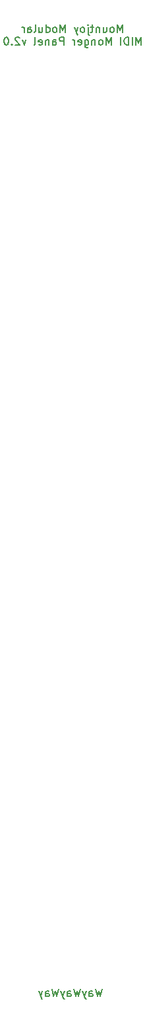
<source format=gbr>
G04 #@! TF.GenerationSoftware,KiCad,Pcbnew,8.0.4*
G04 #@! TF.CreationDate,2024-08-08T15:14:59+01:00*
G04 #@! TF.ProjectId,MidiMonger_panel,4d696469-4d6f-46e6-9765-725f70616e65,rev?*
G04 #@! TF.SameCoordinates,Original*
G04 #@! TF.FileFunction,Legend,Bot*
G04 #@! TF.FilePolarity,Positive*
%FSLAX46Y46*%
G04 Gerber Fmt 4.6, Leading zero omitted, Abs format (unit mm)*
G04 Created by KiCad (PCBNEW 8.0.4) date 2024-08-08 15:14:59*
%MOMM*%
%LPD*%
G01*
G04 APERTURE LIST*
%ADD10C,0.150000*%
G04 APERTURE END LIST*
D10*
X126580952Y-37649847D02*
X126580952Y-36649847D01*
X126580952Y-36649847D02*
X126247619Y-37364132D01*
X126247619Y-37364132D02*
X125914286Y-36649847D01*
X125914286Y-36649847D02*
X125914286Y-37649847D01*
X125295238Y-37649847D02*
X125390476Y-37602228D01*
X125390476Y-37602228D02*
X125438095Y-37554608D01*
X125438095Y-37554608D02*
X125485714Y-37459370D01*
X125485714Y-37459370D02*
X125485714Y-37173656D01*
X125485714Y-37173656D02*
X125438095Y-37078418D01*
X125438095Y-37078418D02*
X125390476Y-37030799D01*
X125390476Y-37030799D02*
X125295238Y-36983180D01*
X125295238Y-36983180D02*
X125152381Y-36983180D01*
X125152381Y-36983180D02*
X125057143Y-37030799D01*
X125057143Y-37030799D02*
X125009524Y-37078418D01*
X125009524Y-37078418D02*
X124961905Y-37173656D01*
X124961905Y-37173656D02*
X124961905Y-37459370D01*
X124961905Y-37459370D02*
X125009524Y-37554608D01*
X125009524Y-37554608D02*
X125057143Y-37602228D01*
X125057143Y-37602228D02*
X125152381Y-37649847D01*
X125152381Y-37649847D02*
X125295238Y-37649847D01*
X124104762Y-36983180D02*
X124104762Y-37649847D01*
X124533333Y-36983180D02*
X124533333Y-37506989D01*
X124533333Y-37506989D02*
X124485714Y-37602228D01*
X124485714Y-37602228D02*
X124390476Y-37649847D01*
X124390476Y-37649847D02*
X124247619Y-37649847D01*
X124247619Y-37649847D02*
X124152381Y-37602228D01*
X124152381Y-37602228D02*
X124104762Y-37554608D01*
X123628571Y-36983180D02*
X123628571Y-37649847D01*
X123628571Y-37078418D02*
X123580952Y-37030799D01*
X123580952Y-37030799D02*
X123485714Y-36983180D01*
X123485714Y-36983180D02*
X123342857Y-36983180D01*
X123342857Y-36983180D02*
X123247619Y-37030799D01*
X123247619Y-37030799D02*
X123200000Y-37126037D01*
X123200000Y-37126037D02*
X123200000Y-37649847D01*
X122866666Y-36983180D02*
X122485714Y-36983180D01*
X122723809Y-36649847D02*
X122723809Y-37506989D01*
X122723809Y-37506989D02*
X122676190Y-37602228D01*
X122676190Y-37602228D02*
X122580952Y-37649847D01*
X122580952Y-37649847D02*
X122485714Y-37649847D01*
X122152380Y-36983180D02*
X122152380Y-37840323D01*
X122152380Y-37840323D02*
X122199999Y-37935561D01*
X122199999Y-37935561D02*
X122295237Y-37983180D01*
X122295237Y-37983180D02*
X122342856Y-37983180D01*
X122152380Y-36649847D02*
X122199999Y-36697466D01*
X122199999Y-36697466D02*
X122152380Y-36745085D01*
X122152380Y-36745085D02*
X122104761Y-36697466D01*
X122104761Y-36697466D02*
X122152380Y-36649847D01*
X122152380Y-36649847D02*
X122152380Y-36745085D01*
X121533333Y-37649847D02*
X121628571Y-37602228D01*
X121628571Y-37602228D02*
X121676190Y-37554608D01*
X121676190Y-37554608D02*
X121723809Y-37459370D01*
X121723809Y-37459370D02*
X121723809Y-37173656D01*
X121723809Y-37173656D02*
X121676190Y-37078418D01*
X121676190Y-37078418D02*
X121628571Y-37030799D01*
X121628571Y-37030799D02*
X121533333Y-36983180D01*
X121533333Y-36983180D02*
X121390476Y-36983180D01*
X121390476Y-36983180D02*
X121295238Y-37030799D01*
X121295238Y-37030799D02*
X121247619Y-37078418D01*
X121247619Y-37078418D02*
X121200000Y-37173656D01*
X121200000Y-37173656D02*
X121200000Y-37459370D01*
X121200000Y-37459370D02*
X121247619Y-37554608D01*
X121247619Y-37554608D02*
X121295238Y-37602228D01*
X121295238Y-37602228D02*
X121390476Y-37649847D01*
X121390476Y-37649847D02*
X121533333Y-37649847D01*
X120866666Y-36983180D02*
X120628571Y-37649847D01*
X120390476Y-36983180D02*
X120628571Y-37649847D01*
X120628571Y-37649847D02*
X120723809Y-37887942D01*
X120723809Y-37887942D02*
X120771428Y-37935561D01*
X120771428Y-37935561D02*
X120866666Y-37983180D01*
X119247618Y-37649847D02*
X119247618Y-36649847D01*
X119247618Y-36649847D02*
X118914285Y-37364132D01*
X118914285Y-37364132D02*
X118580952Y-36649847D01*
X118580952Y-36649847D02*
X118580952Y-37649847D01*
X117961904Y-37649847D02*
X118057142Y-37602228D01*
X118057142Y-37602228D02*
X118104761Y-37554608D01*
X118104761Y-37554608D02*
X118152380Y-37459370D01*
X118152380Y-37459370D02*
X118152380Y-37173656D01*
X118152380Y-37173656D02*
X118104761Y-37078418D01*
X118104761Y-37078418D02*
X118057142Y-37030799D01*
X118057142Y-37030799D02*
X117961904Y-36983180D01*
X117961904Y-36983180D02*
X117819047Y-36983180D01*
X117819047Y-36983180D02*
X117723809Y-37030799D01*
X117723809Y-37030799D02*
X117676190Y-37078418D01*
X117676190Y-37078418D02*
X117628571Y-37173656D01*
X117628571Y-37173656D02*
X117628571Y-37459370D01*
X117628571Y-37459370D02*
X117676190Y-37554608D01*
X117676190Y-37554608D02*
X117723809Y-37602228D01*
X117723809Y-37602228D02*
X117819047Y-37649847D01*
X117819047Y-37649847D02*
X117961904Y-37649847D01*
X116771428Y-37649847D02*
X116771428Y-36649847D01*
X116771428Y-37602228D02*
X116866666Y-37649847D01*
X116866666Y-37649847D02*
X117057142Y-37649847D01*
X117057142Y-37649847D02*
X117152380Y-37602228D01*
X117152380Y-37602228D02*
X117199999Y-37554608D01*
X117199999Y-37554608D02*
X117247618Y-37459370D01*
X117247618Y-37459370D02*
X117247618Y-37173656D01*
X117247618Y-37173656D02*
X117199999Y-37078418D01*
X117199999Y-37078418D02*
X117152380Y-37030799D01*
X117152380Y-37030799D02*
X117057142Y-36983180D01*
X117057142Y-36983180D02*
X116866666Y-36983180D01*
X116866666Y-36983180D02*
X116771428Y-37030799D01*
X115866666Y-36983180D02*
X115866666Y-37649847D01*
X116295237Y-36983180D02*
X116295237Y-37506989D01*
X116295237Y-37506989D02*
X116247618Y-37602228D01*
X116247618Y-37602228D02*
X116152380Y-37649847D01*
X116152380Y-37649847D02*
X116009523Y-37649847D01*
X116009523Y-37649847D02*
X115914285Y-37602228D01*
X115914285Y-37602228D02*
X115866666Y-37554608D01*
X115247618Y-37649847D02*
X115342856Y-37602228D01*
X115342856Y-37602228D02*
X115390475Y-37506989D01*
X115390475Y-37506989D02*
X115390475Y-36649847D01*
X114438094Y-37649847D02*
X114438094Y-37126037D01*
X114438094Y-37126037D02*
X114485713Y-37030799D01*
X114485713Y-37030799D02*
X114580951Y-36983180D01*
X114580951Y-36983180D02*
X114771427Y-36983180D01*
X114771427Y-36983180D02*
X114866665Y-37030799D01*
X114438094Y-37602228D02*
X114533332Y-37649847D01*
X114533332Y-37649847D02*
X114771427Y-37649847D01*
X114771427Y-37649847D02*
X114866665Y-37602228D01*
X114866665Y-37602228D02*
X114914284Y-37506989D01*
X114914284Y-37506989D02*
X114914284Y-37411751D01*
X114914284Y-37411751D02*
X114866665Y-37316513D01*
X114866665Y-37316513D02*
X114771427Y-37268894D01*
X114771427Y-37268894D02*
X114533332Y-37268894D01*
X114533332Y-37268894D02*
X114438094Y-37221275D01*
X113961903Y-37649847D02*
X113961903Y-36983180D01*
X113961903Y-37173656D02*
X113914284Y-37078418D01*
X113914284Y-37078418D02*
X113866665Y-37030799D01*
X113866665Y-37030799D02*
X113771427Y-36983180D01*
X113771427Y-36983180D02*
X113676189Y-36983180D01*
X128985714Y-39259791D02*
X128985714Y-38259791D01*
X128985714Y-38259791D02*
X128652381Y-38974076D01*
X128652381Y-38974076D02*
X128319048Y-38259791D01*
X128319048Y-38259791D02*
X128319048Y-39259791D01*
X127842857Y-39259791D02*
X127842857Y-38259791D01*
X127366667Y-39259791D02*
X127366667Y-38259791D01*
X127366667Y-38259791D02*
X127128572Y-38259791D01*
X127128572Y-38259791D02*
X126985715Y-38307410D01*
X126985715Y-38307410D02*
X126890477Y-38402648D01*
X126890477Y-38402648D02*
X126842858Y-38497886D01*
X126842858Y-38497886D02*
X126795239Y-38688362D01*
X126795239Y-38688362D02*
X126795239Y-38831219D01*
X126795239Y-38831219D02*
X126842858Y-39021695D01*
X126842858Y-39021695D02*
X126890477Y-39116933D01*
X126890477Y-39116933D02*
X126985715Y-39212172D01*
X126985715Y-39212172D02*
X127128572Y-39259791D01*
X127128572Y-39259791D02*
X127366667Y-39259791D01*
X126366667Y-39259791D02*
X126366667Y-38259791D01*
X125128572Y-39259791D02*
X125128572Y-38259791D01*
X125128572Y-38259791D02*
X124795239Y-38974076D01*
X124795239Y-38974076D02*
X124461906Y-38259791D01*
X124461906Y-38259791D02*
X124461906Y-39259791D01*
X123842858Y-39259791D02*
X123938096Y-39212172D01*
X123938096Y-39212172D02*
X123985715Y-39164552D01*
X123985715Y-39164552D02*
X124033334Y-39069314D01*
X124033334Y-39069314D02*
X124033334Y-38783600D01*
X124033334Y-38783600D02*
X123985715Y-38688362D01*
X123985715Y-38688362D02*
X123938096Y-38640743D01*
X123938096Y-38640743D02*
X123842858Y-38593124D01*
X123842858Y-38593124D02*
X123700001Y-38593124D01*
X123700001Y-38593124D02*
X123604763Y-38640743D01*
X123604763Y-38640743D02*
X123557144Y-38688362D01*
X123557144Y-38688362D02*
X123509525Y-38783600D01*
X123509525Y-38783600D02*
X123509525Y-39069314D01*
X123509525Y-39069314D02*
X123557144Y-39164552D01*
X123557144Y-39164552D02*
X123604763Y-39212172D01*
X123604763Y-39212172D02*
X123700001Y-39259791D01*
X123700001Y-39259791D02*
X123842858Y-39259791D01*
X123080953Y-38593124D02*
X123080953Y-39259791D01*
X123080953Y-38688362D02*
X123033334Y-38640743D01*
X123033334Y-38640743D02*
X122938096Y-38593124D01*
X122938096Y-38593124D02*
X122795239Y-38593124D01*
X122795239Y-38593124D02*
X122700001Y-38640743D01*
X122700001Y-38640743D02*
X122652382Y-38735981D01*
X122652382Y-38735981D02*
X122652382Y-39259791D01*
X121747620Y-38593124D02*
X121747620Y-39402648D01*
X121747620Y-39402648D02*
X121795239Y-39497886D01*
X121795239Y-39497886D02*
X121842858Y-39545505D01*
X121842858Y-39545505D02*
X121938096Y-39593124D01*
X121938096Y-39593124D02*
X122080953Y-39593124D01*
X122080953Y-39593124D02*
X122176191Y-39545505D01*
X121747620Y-39212172D02*
X121842858Y-39259791D01*
X121842858Y-39259791D02*
X122033334Y-39259791D01*
X122033334Y-39259791D02*
X122128572Y-39212172D01*
X122128572Y-39212172D02*
X122176191Y-39164552D01*
X122176191Y-39164552D02*
X122223810Y-39069314D01*
X122223810Y-39069314D02*
X122223810Y-38783600D01*
X122223810Y-38783600D02*
X122176191Y-38688362D01*
X122176191Y-38688362D02*
X122128572Y-38640743D01*
X122128572Y-38640743D02*
X122033334Y-38593124D01*
X122033334Y-38593124D02*
X121842858Y-38593124D01*
X121842858Y-38593124D02*
X121747620Y-38640743D01*
X120890477Y-39212172D02*
X120985715Y-39259791D01*
X120985715Y-39259791D02*
X121176191Y-39259791D01*
X121176191Y-39259791D02*
X121271429Y-39212172D01*
X121271429Y-39212172D02*
X121319048Y-39116933D01*
X121319048Y-39116933D02*
X121319048Y-38735981D01*
X121319048Y-38735981D02*
X121271429Y-38640743D01*
X121271429Y-38640743D02*
X121176191Y-38593124D01*
X121176191Y-38593124D02*
X120985715Y-38593124D01*
X120985715Y-38593124D02*
X120890477Y-38640743D01*
X120890477Y-38640743D02*
X120842858Y-38735981D01*
X120842858Y-38735981D02*
X120842858Y-38831219D01*
X120842858Y-38831219D02*
X121319048Y-38926457D01*
X120414286Y-39259791D02*
X120414286Y-38593124D01*
X120414286Y-38783600D02*
X120366667Y-38688362D01*
X120366667Y-38688362D02*
X120319048Y-38640743D01*
X120319048Y-38640743D02*
X120223810Y-38593124D01*
X120223810Y-38593124D02*
X120128572Y-38593124D01*
X119033333Y-39259791D02*
X119033333Y-38259791D01*
X119033333Y-38259791D02*
X118652381Y-38259791D01*
X118652381Y-38259791D02*
X118557143Y-38307410D01*
X118557143Y-38307410D02*
X118509524Y-38355029D01*
X118509524Y-38355029D02*
X118461905Y-38450267D01*
X118461905Y-38450267D02*
X118461905Y-38593124D01*
X118461905Y-38593124D02*
X118509524Y-38688362D01*
X118509524Y-38688362D02*
X118557143Y-38735981D01*
X118557143Y-38735981D02*
X118652381Y-38783600D01*
X118652381Y-38783600D02*
X119033333Y-38783600D01*
X117604762Y-39259791D02*
X117604762Y-38735981D01*
X117604762Y-38735981D02*
X117652381Y-38640743D01*
X117652381Y-38640743D02*
X117747619Y-38593124D01*
X117747619Y-38593124D02*
X117938095Y-38593124D01*
X117938095Y-38593124D02*
X118033333Y-38640743D01*
X117604762Y-39212172D02*
X117700000Y-39259791D01*
X117700000Y-39259791D02*
X117938095Y-39259791D01*
X117938095Y-39259791D02*
X118033333Y-39212172D01*
X118033333Y-39212172D02*
X118080952Y-39116933D01*
X118080952Y-39116933D02*
X118080952Y-39021695D01*
X118080952Y-39021695D02*
X118033333Y-38926457D01*
X118033333Y-38926457D02*
X117938095Y-38878838D01*
X117938095Y-38878838D02*
X117700000Y-38878838D01*
X117700000Y-38878838D02*
X117604762Y-38831219D01*
X117128571Y-38593124D02*
X117128571Y-39259791D01*
X117128571Y-38688362D02*
X117080952Y-38640743D01*
X117080952Y-38640743D02*
X116985714Y-38593124D01*
X116985714Y-38593124D02*
X116842857Y-38593124D01*
X116842857Y-38593124D02*
X116747619Y-38640743D01*
X116747619Y-38640743D02*
X116700000Y-38735981D01*
X116700000Y-38735981D02*
X116700000Y-39259791D01*
X115842857Y-39212172D02*
X115938095Y-39259791D01*
X115938095Y-39259791D02*
X116128571Y-39259791D01*
X116128571Y-39259791D02*
X116223809Y-39212172D01*
X116223809Y-39212172D02*
X116271428Y-39116933D01*
X116271428Y-39116933D02*
X116271428Y-38735981D01*
X116271428Y-38735981D02*
X116223809Y-38640743D01*
X116223809Y-38640743D02*
X116128571Y-38593124D01*
X116128571Y-38593124D02*
X115938095Y-38593124D01*
X115938095Y-38593124D02*
X115842857Y-38640743D01*
X115842857Y-38640743D02*
X115795238Y-38735981D01*
X115795238Y-38735981D02*
X115795238Y-38831219D01*
X115795238Y-38831219D02*
X116271428Y-38926457D01*
X115223809Y-39259791D02*
X115319047Y-39212172D01*
X115319047Y-39212172D02*
X115366666Y-39116933D01*
X115366666Y-39116933D02*
X115366666Y-38259791D01*
X114176189Y-38593124D02*
X113938094Y-39259791D01*
X113938094Y-39259791D02*
X113699999Y-38593124D01*
X113366665Y-38355029D02*
X113319046Y-38307410D01*
X113319046Y-38307410D02*
X113223808Y-38259791D01*
X113223808Y-38259791D02*
X112985713Y-38259791D01*
X112985713Y-38259791D02*
X112890475Y-38307410D01*
X112890475Y-38307410D02*
X112842856Y-38355029D01*
X112842856Y-38355029D02*
X112795237Y-38450267D01*
X112795237Y-38450267D02*
X112795237Y-38545505D01*
X112795237Y-38545505D02*
X112842856Y-38688362D01*
X112842856Y-38688362D02*
X113414284Y-39259791D01*
X113414284Y-39259791D02*
X112795237Y-39259791D01*
X112366665Y-39164552D02*
X112319046Y-39212172D01*
X112319046Y-39212172D02*
X112366665Y-39259791D01*
X112366665Y-39259791D02*
X112414284Y-39212172D01*
X112414284Y-39212172D02*
X112366665Y-39164552D01*
X112366665Y-39164552D02*
X112366665Y-39259791D01*
X111699999Y-38259791D02*
X111604761Y-38259791D01*
X111604761Y-38259791D02*
X111509523Y-38307410D01*
X111509523Y-38307410D02*
X111461904Y-38355029D01*
X111461904Y-38355029D02*
X111414285Y-38450267D01*
X111414285Y-38450267D02*
X111366666Y-38640743D01*
X111366666Y-38640743D02*
X111366666Y-38878838D01*
X111366666Y-38878838D02*
X111414285Y-39069314D01*
X111414285Y-39069314D02*
X111461904Y-39164552D01*
X111461904Y-39164552D02*
X111509523Y-39212172D01*
X111509523Y-39212172D02*
X111604761Y-39259791D01*
X111604761Y-39259791D02*
X111699999Y-39259791D01*
X111699999Y-39259791D02*
X111795237Y-39212172D01*
X111795237Y-39212172D02*
X111842856Y-39164552D01*
X111842856Y-39164552D02*
X111890475Y-39069314D01*
X111890475Y-39069314D02*
X111938094Y-38878838D01*
X111938094Y-38878838D02*
X111938094Y-38640743D01*
X111938094Y-38640743D02*
X111890475Y-38450267D01*
X111890475Y-38450267D02*
X111842856Y-38355029D01*
X111842856Y-38355029D02*
X111795237Y-38307410D01*
X111795237Y-38307410D02*
X111699999Y-38259791D01*
X123971428Y-159954819D02*
X123733333Y-160954819D01*
X123733333Y-160954819D02*
X123542857Y-160240533D01*
X123542857Y-160240533D02*
X123352381Y-160954819D01*
X123352381Y-160954819D02*
X123114286Y-159954819D01*
X122304762Y-160954819D02*
X122304762Y-160431009D01*
X122304762Y-160431009D02*
X122352381Y-160335771D01*
X122352381Y-160335771D02*
X122447619Y-160288152D01*
X122447619Y-160288152D02*
X122638095Y-160288152D01*
X122638095Y-160288152D02*
X122733333Y-160335771D01*
X122304762Y-160907200D02*
X122400000Y-160954819D01*
X122400000Y-160954819D02*
X122638095Y-160954819D01*
X122638095Y-160954819D02*
X122733333Y-160907200D01*
X122733333Y-160907200D02*
X122780952Y-160811961D01*
X122780952Y-160811961D02*
X122780952Y-160716723D01*
X122780952Y-160716723D02*
X122733333Y-160621485D01*
X122733333Y-160621485D02*
X122638095Y-160573866D01*
X122638095Y-160573866D02*
X122400000Y-160573866D01*
X122400000Y-160573866D02*
X122304762Y-160526247D01*
X121923809Y-160288152D02*
X121685714Y-160954819D01*
X121447619Y-160288152D02*
X121685714Y-160954819D01*
X121685714Y-160954819D02*
X121780952Y-161192914D01*
X121780952Y-161192914D02*
X121828571Y-161240533D01*
X121828571Y-161240533D02*
X121923809Y-161288152D01*
X121161904Y-159954819D02*
X120923809Y-160954819D01*
X120923809Y-160954819D02*
X120733333Y-160240533D01*
X120733333Y-160240533D02*
X120542857Y-160954819D01*
X120542857Y-160954819D02*
X120304762Y-159954819D01*
X119495238Y-160954819D02*
X119495238Y-160431009D01*
X119495238Y-160431009D02*
X119542857Y-160335771D01*
X119542857Y-160335771D02*
X119638095Y-160288152D01*
X119638095Y-160288152D02*
X119828571Y-160288152D01*
X119828571Y-160288152D02*
X119923809Y-160335771D01*
X119495238Y-160907200D02*
X119590476Y-160954819D01*
X119590476Y-160954819D02*
X119828571Y-160954819D01*
X119828571Y-160954819D02*
X119923809Y-160907200D01*
X119923809Y-160907200D02*
X119971428Y-160811961D01*
X119971428Y-160811961D02*
X119971428Y-160716723D01*
X119971428Y-160716723D02*
X119923809Y-160621485D01*
X119923809Y-160621485D02*
X119828571Y-160573866D01*
X119828571Y-160573866D02*
X119590476Y-160573866D01*
X119590476Y-160573866D02*
X119495238Y-160526247D01*
X119114285Y-160288152D02*
X118876190Y-160954819D01*
X118638095Y-160288152D02*
X118876190Y-160954819D01*
X118876190Y-160954819D02*
X118971428Y-161192914D01*
X118971428Y-161192914D02*
X119019047Y-161240533D01*
X119019047Y-161240533D02*
X119114285Y-161288152D01*
X118352380Y-159954819D02*
X118114285Y-160954819D01*
X118114285Y-160954819D02*
X117923809Y-160240533D01*
X117923809Y-160240533D02*
X117733333Y-160954819D01*
X117733333Y-160954819D02*
X117495238Y-159954819D01*
X116685714Y-160954819D02*
X116685714Y-160431009D01*
X116685714Y-160431009D02*
X116733333Y-160335771D01*
X116733333Y-160335771D02*
X116828571Y-160288152D01*
X116828571Y-160288152D02*
X117019047Y-160288152D01*
X117019047Y-160288152D02*
X117114285Y-160335771D01*
X116685714Y-160907200D02*
X116780952Y-160954819D01*
X116780952Y-160954819D02*
X117019047Y-160954819D01*
X117019047Y-160954819D02*
X117114285Y-160907200D01*
X117114285Y-160907200D02*
X117161904Y-160811961D01*
X117161904Y-160811961D02*
X117161904Y-160716723D01*
X117161904Y-160716723D02*
X117114285Y-160621485D01*
X117114285Y-160621485D02*
X117019047Y-160573866D01*
X117019047Y-160573866D02*
X116780952Y-160573866D01*
X116780952Y-160573866D02*
X116685714Y-160526247D01*
X116304761Y-160288152D02*
X116066666Y-160954819D01*
X115828571Y-160288152D02*
X116066666Y-160954819D01*
X116066666Y-160954819D02*
X116161904Y-161192914D01*
X116161904Y-161192914D02*
X116209523Y-161240533D01*
X116209523Y-161240533D02*
X116304761Y-161288152D01*
M02*

</source>
